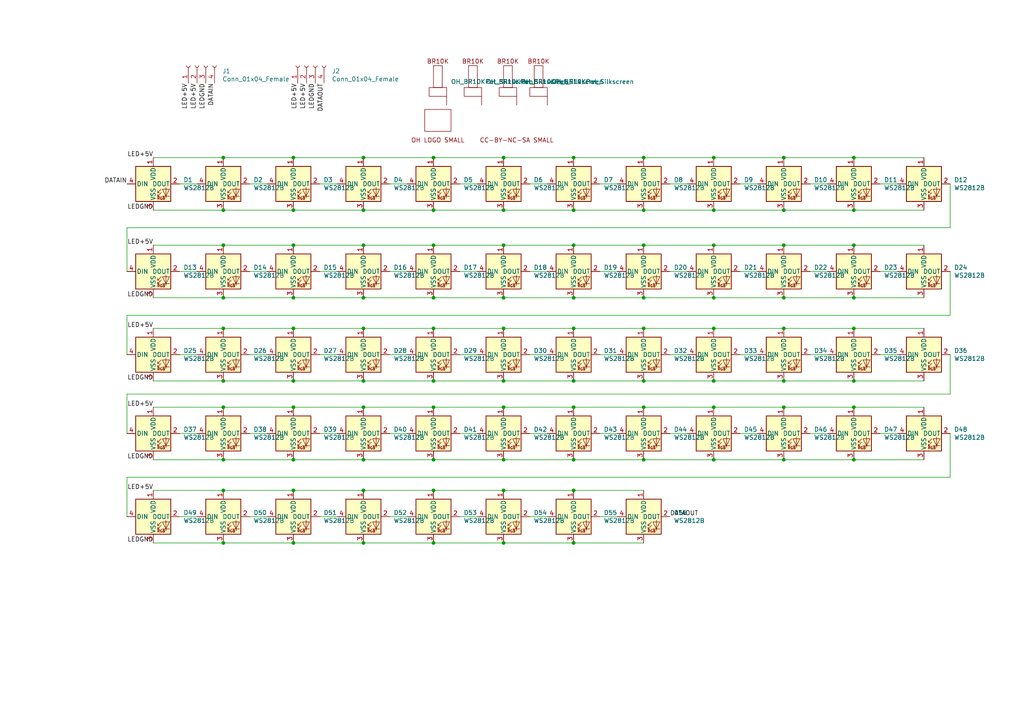
<source format=kicad_sch>
(kicad_sch (version 20211123) (generator eeschema)
  (paper "A4")
  (lib_symbols
    (symbol "Connector:Conn_01x04_Female" (pin_names (offset 1.016) hide)
      (property "Reference" "J" (at 0 5.08 0))
      (property "Value" "Conn_01x04_Female" (at 0 -7.62 0))
      (symbol "Conn_01x04_Female_1_1"
        (arc (start 0 -4.572) (mid -0.508 -5.08) (end 0 -5.588) (stroke (width 0.1524)))
        (arc (start 0 -2.032) (mid -0.508 -2.54) (end 0 -3.048) (stroke (width 0.1524)))
        (polyline (pts (xy -1.27 -5.08) (xy -0.508 -5.08)) (stroke (width 0.1524)))
        (polyline (pts (xy -1.27 -2.54) (xy -0.508 -2.54)) (stroke (width 0.1524)))
        (polyline (pts (xy -1.27 0) (xy -0.508 0)) (stroke (width 0.1524)))
        (polyline (pts (xy -1.27 2.54) (xy -0.508 2.54)) (stroke (width 0.1524)))
        (arc (start 0 0.508) (mid -0.508 0) (end 0 -0.508) (stroke (width 0.1524)))
        (arc (start 0 3.048) (mid -0.508 2.54) (end 0 2.032) (stroke (width 0.1524)))
        (pin passive line (at -5.08 2.54 0) (length 3.81) (name "Pin_1") (number "1"))
        (pin passive line (at -5.08 0 0) (length 3.81) (name "Pin_2") (number "2"))
        (pin passive line (at -5.08 -2.54 0) (length 3.81) (name "Pin_3") (number "3"))
        (pin passive line (at -5.08 -5.08 0) (length 3.81) (name "Pin_4") (number "4"))
      )
    )
    (symbol "KiCadCustomLib:CC-BY-NC-SA_Icon" (pin_numbers hide) (pin_names (offset 0) hide)
      (symbol "CC-BY-NC-SA_Icon_0_0"
        (text "CC-BY-NC-SA SMALL" (at 1.27 2.54 0) (effects (font (size 1.27 1.27))))
      )
    )
    (symbol "KiCadCustomLib:OH_BR10KPot_Silkscreen" (pin_numbers hide) (pin_names (offset 0) hide)
      (property "Value" "OH_BR10KPot_Silkscreen" (at 0 -3.81 0))
      (symbol "OH_BR10KPot_Silkscreen_0_0"
        (rectangle (start -2.54 2.54) (end 2.54 0))
        (rectangle (start 1.27 2.54) (end -1.27 8.89))
        (rectangle (start 2.54 0) (end 2.54 -2.54))
        (text "BR10K" (at 0 10.16 0) (effects (font (size 1.27 1.27))))
      )
    )
    (symbol "KiCadCustomLib:OpenHornetLogoSmall" (pin_numbers hide) (pin_names (offset 0) hide)
      (symbol "OpenHornetLogoSmall_0_0"
        (text "OH LOGO SMALL" (at 0 2.54 0) (effects (font (size 1.27 1.27))))
      )
      (symbol "OpenHornetLogoSmall_0_1"
        (rectangle (start 3.81 5.08) (end -3.81 11.43))
      )
    )
    (symbol "LED:WS2812B" (pin_names (offset 0.254))
      (property "Reference" "D" (at 5.08 5.715 0))
      (property "Value" "WS2812B" (at 1.27 -5.715 0))
      (symbol "WS2812B_0_0"
        (text "RGB" (at 2.286 -4.191 0) (effects (font (size 0.762 0.762))))
      )
      (symbol "WS2812B_0_1"
        (polyline (pts (xy 1.27 -3.556) (xy 1.778 -3.556)))
        (polyline (pts (xy 1.27 -2.54) (xy 1.778 -2.54)))
        (polyline (pts (xy 4.699 -3.556) (xy 2.667 -3.556)))
        (polyline (pts (xy 2.286 -2.54) (xy 1.27 -3.556) (xy 1.27 -3.048)))
        (polyline (pts (xy 2.286 -1.524) (xy 1.27 -2.54) (xy 1.27 -2.032)))
        (polyline (pts (xy 3.683 -1.016) (xy 3.683 -3.556) (xy 3.683 -4.064)))
        (polyline (pts (xy 4.699 -1.524) (xy 2.667 -1.524) (xy 3.683 -3.556) (xy 4.699 -1.524)))
        (rectangle (start 5.08 5.08) (end -5.08 -5.08) (stroke (width 0.254)) (fill (type background)))
      )
      (symbol "WS2812B_1_1"
        (pin power_in line (at 0 7.62 270) (length 2.54) (name "VDD") (number "1"))
        (pin output line (at 7.62 0 180) (length 2.54) (name "DOUT") (number "2"))
        (pin power_in line (at 0 -7.62 90) (length 2.54) (name "VSS") (number "3"))
        (pin input line (at -7.62 0 0) (length 2.54) (name "DIN") (number "4"))
      )
    )
  )
  (junction (at 64.77 133.35))
  (junction (at 207.01 45.72))
  (junction (at 166.37 60.96))
  (junction (at 85.09 86.36))
  (junction (at 146.05 157.48))
  (junction (at 227.33 118.11))
  (junction (at 207.01 86.36))
  (junction (at 247.65 118.11))
  (junction (at 125.73 95.25))
  (junction (at 186.69 110.49))
  (junction (at 125.73 60.96))
  (junction (at 105.41 71.12))
  (junction (at 64.77 71.12))
  (junction (at 166.37 45.72))
  (junction (at 146.05 45.72))
  (junction (at 85.09 45.72))
  (junction (at 85.09 157.48))
  (junction (at 186.69 86.36))
  (junction (at 105.41 142.24))
  (junction (at 247.65 95.25))
  (junction (at 227.33 95.25))
  (junction (at 125.73 118.11))
  (junction (at 247.65 45.72))
  (junction (at 146.05 71.12))
  (junction (at 207.01 71.12))
  (junction (at 227.33 133.35))
  (junction (at 207.01 133.35))
  (junction (at 186.69 60.96))
  (junction (at 186.69 133.35))
  (junction (at 146.05 95.25))
  (junction (at 247.65 110.49))
  (junction (at 64.77 118.11))
  (junction (at 125.73 133.35))
  (junction (at 105.41 133.35))
  (junction (at 207.01 110.49))
  (junction (at 146.05 110.49))
  (junction (at 146.05 60.96))
  (junction (at 146.05 118.11))
  (junction (at 166.37 118.11))
  (junction (at 186.69 45.72))
  (junction (at 85.09 142.24))
  (junction (at 125.73 110.49))
  (junction (at 247.65 133.35))
  (junction (at 85.09 133.35))
  (junction (at 85.09 118.11))
  (junction (at 186.69 95.25))
  (junction (at 105.41 118.11))
  (junction (at 105.41 45.72))
  (junction (at 166.37 133.35))
  (junction (at 64.77 95.25))
  (junction (at 166.37 71.12))
  (junction (at 247.65 71.12))
  (junction (at 166.37 142.24))
  (junction (at 227.33 110.49))
  (junction (at 85.09 60.96))
  (junction (at 105.41 60.96))
  (junction (at 247.65 86.36))
  (junction (at 186.69 71.12))
  (junction (at 146.05 133.35))
  (junction (at 227.33 60.96))
  (junction (at 146.05 86.36))
  (junction (at 105.41 95.25))
  (junction (at 125.73 86.36))
  (junction (at 207.01 118.11))
  (junction (at 166.37 95.25))
  (junction (at 64.77 86.36))
  (junction (at 227.33 86.36))
  (junction (at 166.37 157.48))
  (junction (at 166.37 110.49))
  (junction (at 64.77 110.49))
  (junction (at 125.73 142.24))
  (junction (at 64.77 157.48))
  (junction (at 64.77 142.24))
  (junction (at 105.41 86.36))
  (junction (at 166.37 86.36))
  (junction (at 85.09 110.49))
  (junction (at 105.41 157.48))
  (junction (at 64.77 60.96))
  (junction (at 146.05 142.24))
  (junction (at 186.69 118.11))
  (junction (at 227.33 45.72))
  (junction (at 105.41 110.49))
  (junction (at 125.73 157.48))
  (junction (at 64.77 45.72))
  (junction (at 227.33 71.12))
  (junction (at 207.01 95.25))
  (junction (at 207.01 60.96))
  (junction (at 125.73 71.12))
  (junction (at 85.09 95.25))
  (junction (at 85.09 71.12))
  (junction (at 247.65 60.96))
  (junction (at 125.73 45.72))
  (wire (pts (xy 133.35 53.34) (xy 138.43 53.34)))
  (wire (pts (xy 186.69 71.12) (xy 207.01 71.12)))
  (wire (pts (xy 36.83 91.44) (xy 36.83 102.87)))
  (wire (pts (xy 275.59 91.44) (xy 36.83 91.44)))
  (wire (pts (xy 146.05 60.96) (xy 125.73 60.96)))
  (wire (pts (xy 247.65 45.72) (xy 267.97 45.72)))
  (wire (pts (xy 92.71 125.73) (xy 97.79 125.73)))
  (wire (pts (xy 146.05 110.49) (xy 125.73 110.49)))
  (wire (pts (xy 186.69 45.72) (xy 207.01 45.72)))
  (wire (pts (xy 85.09 86.36) (xy 64.77 86.36)))
  (wire (pts (xy 166.37 95.25) (xy 186.69 95.25)))
  (wire (pts (xy 64.77 95.25) (xy 85.09 95.25)))
  (wire (pts (xy 52.07 149.86) (xy 57.15 149.86)))
  (wire (pts (xy 247.65 60.96) (xy 227.33 60.96)))
  (wire (pts (xy 275.59 53.34) (xy 275.59 66.04)))
  (wire (pts (xy 255.27 102.87) (xy 260.35 102.87)))
  (wire (pts (xy 267.97 133.35) (xy 247.65 133.35)))
  (wire (pts (xy 173.99 125.73) (xy 179.07 125.73)))
  (wire (pts (xy 146.05 95.25) (xy 166.37 95.25)))
  (wire (pts (xy 64.77 118.11) (xy 85.09 118.11)))
  (wire (pts (xy 166.37 71.12) (xy 186.69 71.12)))
  (wire (pts (xy 52.07 53.34) (xy 57.15 53.34)))
  (wire (pts (xy 275.59 125.73) (xy 275.59 138.43)))
  (wire (pts (xy 247.65 71.12) (xy 267.97 71.12)))
  (wire (pts (xy 194.31 125.73) (xy 199.39 125.73)))
  (wire (pts (xy 173.99 149.86) (xy 179.07 149.86)))
  (wire (pts (xy 92.71 78.74) (xy 97.79 78.74)))
  (wire (pts (xy 186.69 110.49) (xy 166.37 110.49)))
  (wire (pts (xy 36.83 66.04) (xy 36.83 78.74)))
  (wire (pts (xy 227.33 133.35) (xy 207.01 133.35)))
  (wire (pts (xy 227.33 86.36) (xy 207.01 86.36)))
  (wire (pts (xy 105.41 45.72) (xy 125.73 45.72)))
  (wire (pts (xy 234.95 102.87) (xy 240.03 102.87)))
  (wire (pts (xy 146.05 45.72) (xy 166.37 45.72)))
  (wire (pts (xy 275.59 78.74) (xy 275.59 91.44)))
  (wire (pts (xy 105.41 95.25) (xy 125.73 95.25)))
  (wire (pts (xy 207.01 71.12) (xy 227.33 71.12)))
  (wire (pts (xy 207.01 86.36) (xy 186.69 86.36)))
  (wire (pts (xy 275.59 66.04) (xy 36.83 66.04)))
  (wire (pts (xy 194.31 78.74) (xy 199.39 78.74)))
  (wire (pts (xy 267.97 60.96) (xy 247.65 60.96)))
  (wire (pts (xy 214.63 102.87) (xy 219.71 102.87)))
  (wire (pts (xy 125.73 133.35) (xy 105.41 133.35)))
  (wire (pts (xy 173.99 102.87) (xy 179.07 102.87)))
  (wire (pts (xy 64.77 142.24) (xy 85.09 142.24)))
  (wire (pts (xy 72.39 102.87) (xy 77.47 102.87)))
  (wire (pts (xy 113.03 102.87) (xy 118.11 102.87)))
  (wire (pts (xy 227.33 118.11) (xy 247.65 118.11)))
  (wire (pts (xy 105.41 142.24) (xy 125.73 142.24)))
  (wire (pts (xy 275.59 114.3) (xy 36.83 114.3)))
  (wire (pts (xy 234.95 53.34) (xy 240.03 53.34)))
  (wire (pts (xy 227.33 60.96) (xy 207.01 60.96)))
  (wire (pts (xy 255.27 78.74) (xy 260.35 78.74)))
  (wire (pts (xy 247.65 118.11) (xy 267.97 118.11)))
  (wire (pts (xy 207.01 110.49) (xy 186.69 110.49)))
  (wire (pts (xy 64.77 86.36) (xy 44.45 86.36)))
  (wire (pts (xy 227.33 95.25) (xy 247.65 95.25)))
  (wire (pts (xy 146.05 142.24) (xy 166.37 142.24)))
  (wire (pts (xy 64.77 45.72) (xy 85.09 45.72)))
  (wire (pts (xy 194.31 102.87) (xy 199.39 102.87)))
  (wire (pts (xy 255.27 53.34) (xy 260.35 53.34)))
  (wire (pts (xy 85.09 60.96) (xy 64.77 60.96)))
  (wire (pts (xy 186.69 118.11) (xy 207.01 118.11)))
  (wire (pts (xy 207.01 60.96) (xy 186.69 60.96)))
  (wire (pts (xy 166.37 133.35) (xy 146.05 133.35)))
  (wire (pts (xy 214.63 78.74) (xy 219.71 78.74)))
  (wire (pts (xy 247.65 86.36) (xy 227.33 86.36)))
  (wire (pts (xy 92.71 53.34) (xy 97.79 53.34)))
  (wire (pts (xy 113.03 149.86) (xy 118.11 149.86)))
  (wire (pts (xy 85.09 133.35) (xy 64.77 133.35)))
  (wire (pts (xy 146.05 118.11) (xy 166.37 118.11)))
  (wire (pts (xy 153.67 102.87) (xy 158.75 102.87)))
  (wire (pts (xy 64.77 133.35) (xy 44.45 133.35)))
  (wire (pts (xy 166.37 110.49) (xy 146.05 110.49)))
  (wire (pts (xy 247.65 95.25) (xy 267.97 95.25)))
  (wire (pts (xy 125.73 157.48) (xy 105.41 157.48)))
  (wire (pts (xy 85.09 142.24) (xy 105.41 142.24)))
  (wire (pts (xy 173.99 78.74) (xy 179.07 78.74)))
  (wire (pts (xy 133.35 149.86) (xy 138.43 149.86)))
  (wire (pts (xy 186.69 86.36) (xy 166.37 86.36)))
  (wire (pts (xy 125.73 95.25) (xy 146.05 95.25)))
  (wire (pts (xy 85.09 71.12) (xy 105.41 71.12)))
  (wire (pts (xy 207.01 95.25) (xy 227.33 95.25)))
  (wire (pts (xy 146.05 157.48) (xy 125.73 157.48)))
  (wire (pts (xy 186.69 157.48) (xy 166.37 157.48)))
  (wire (pts (xy 207.01 118.11) (xy 227.33 118.11)))
  (wire (pts (xy 125.73 86.36) (xy 105.41 86.36)))
  (wire (pts (xy 85.09 110.49) (xy 64.77 110.49)))
  (wire (pts (xy 146.05 71.12) (xy 166.37 71.12)))
  (wire (pts (xy 153.67 78.74) (xy 158.75 78.74)))
  (wire (pts (xy 125.73 110.49) (xy 105.41 110.49)))
  (wire (pts (xy 166.37 86.36) (xy 146.05 86.36)))
  (wire (pts (xy 267.97 86.36) (xy 247.65 86.36)))
  (wire (pts (xy 85.09 45.72) (xy 105.41 45.72)))
  (wire (pts (xy 105.41 71.12) (xy 125.73 71.12)))
  (wire (pts (xy 64.77 60.96) (xy 44.45 60.96)))
  (wire (pts (xy 72.39 149.86) (xy 77.47 149.86)))
  (wire (pts (xy 153.67 149.86) (xy 158.75 149.86)))
  (wire (pts (xy 255.27 125.73) (xy 260.35 125.73)))
  (wire (pts (xy 64.77 110.49) (xy 44.45 110.49)))
  (wire (pts (xy 247.65 133.35) (xy 227.33 133.35)))
  (wire (pts (xy 234.95 125.73) (xy 240.03 125.73)))
  (wire (pts (xy 113.03 125.73) (xy 118.11 125.73)))
  (wire (pts (xy 214.63 125.73) (xy 219.71 125.73)))
  (wire (pts (xy 125.73 142.24) (xy 146.05 142.24)))
  (wire (pts (xy 52.07 78.74) (xy 57.15 78.74)))
  (wire (pts (xy 133.35 78.74) (xy 138.43 78.74)))
  (wire (pts (xy 166.37 60.96) (xy 146.05 60.96)))
  (wire (pts (xy 166.37 118.11) (xy 186.69 118.11)))
  (wire (pts (xy 125.73 118.11) (xy 146.05 118.11)))
  (wire (pts (xy 186.69 133.35) (xy 166.37 133.35)))
  (wire (pts (xy 105.41 133.35) (xy 85.09 133.35)))
  (wire (pts (xy 105.41 110.49) (xy 85.09 110.49)))
  (wire (pts (xy 44.45 45.72) (xy 64.77 45.72)))
  (wire (pts (xy 125.73 60.96) (xy 105.41 60.96)))
  (wire (pts (xy 44.45 142.24) (xy 64.77 142.24)))
  (wire (pts (xy 105.41 60.96) (xy 85.09 60.96)))
  (wire (pts (xy 166.37 142.24) (xy 186.69 142.24)))
  (wire (pts (xy 36.83 114.3) (xy 36.83 125.73)))
  (wire (pts (xy 186.69 60.96) (xy 166.37 60.96)))
  (wire (pts (xy 227.33 71.12) (xy 247.65 71.12)))
  (wire (pts (xy 125.73 45.72) (xy 146.05 45.72)))
  (wire (pts (xy 247.65 110.49) (xy 227.33 110.49)))
  (wire (pts (xy 85.09 157.48) (xy 64.77 157.48)))
  (wire (pts (xy 72.39 78.74) (xy 77.47 78.74)))
  (wire (pts (xy 64.77 157.48) (xy 44.45 157.48)))
  (wire (pts (xy 146.05 86.36) (xy 125.73 86.36)))
  (wire (pts (xy 72.39 125.73) (xy 77.47 125.73)))
  (wire (pts (xy 267.97 110.49) (xy 247.65 110.49)))
  (wire (pts (xy 36.83 138.43) (xy 36.83 149.86)))
  (wire (pts (xy 153.67 53.34) (xy 158.75 53.34)))
  (wire (pts (xy 52.07 102.87) (xy 57.15 102.87)))
  (wire (pts (xy 146.05 133.35) (xy 125.73 133.35)))
  (wire (pts (xy 207.01 45.72) (xy 227.33 45.72)))
  (wire (pts (xy 92.71 149.86) (xy 97.79 149.86)))
  (wire (pts (xy 85.09 95.25) (xy 105.41 95.25)))
  (wire (pts (xy 133.35 102.87) (xy 138.43 102.87)))
  (wire (pts (xy 186.69 95.25) (xy 207.01 95.25)))
  (wire (pts (xy 113.03 78.74) (xy 118.11 78.74)))
  (wire (pts (xy 85.09 118.11) (xy 105.41 118.11)))
  (wire (pts (xy 227.33 110.49) (xy 207.01 110.49)))
  (wire (pts (xy 166.37 157.48) (xy 146.05 157.48)))
  (wire (pts (xy 173.99 53.34) (xy 179.07 53.34)))
  (wire (pts (xy 227.33 45.72) (xy 247.65 45.72)))
  (wire (pts (xy 166.37 45.72) (xy 186.69 45.72)))
  (wire (pts (xy 64.77 71.12) (xy 85.09 71.12)))
  (wire (pts (xy 52.07 125.73) (xy 57.15 125.73)))
  (wire (pts (xy 275.59 102.87) (xy 275.59 114.3)))
  (wire (pts (xy 275.59 138.43) (xy 36.83 138.43)))
  (wire (pts (xy 44.45 71.12) (xy 64.77 71.12)))
  (wire (pts (xy 72.39 53.34) (xy 77.47 53.34)))
  (wire (pts (xy 214.63 53.34) (xy 219.71 53.34)))
  (wire (pts (xy 44.45 118.11) (xy 64.77 118.11)))
  (wire (pts (xy 105.41 157.48) (xy 85.09 157.48)))
  (wire (pts (xy 44.45 95.25) (xy 64.77 95.25)))
  (wire (pts (xy 105.41 86.36) (xy 85.09 86.36)))
  (wire (pts (xy 234.95 78.74) (xy 240.03 78.74)))
  (wire (pts (xy 194.31 53.34) (xy 199.39 53.34)))
  (wire (pts (xy 113.03 53.34) (xy 118.11 53.34)))
  (wire (pts (xy 133.35 125.73) (xy 138.43 125.73)))
  (wire (pts (xy 207.01 133.35) (xy 186.69 133.35)))
  (wire (pts (xy 125.73 71.12) (xy 146.05 71.12)))
  (wire (pts (xy 105.41 118.11) (xy 125.73 118.11)))
  (wire (pts (xy 153.67 125.73) (xy 158.75 125.73)))
  (wire (pts (xy 92.71 102.87) (xy 97.79 102.87)))
  (label "DATAOUT" (at 93.98 24.13 270))
  (label "DATAIN" (at 36.83 53.34 180))
  (label "LED+5V" (at 86.36 24.13 270))
  (label "LEDGND" (at 91.44 24.13 270))
  (label "LED+5V" (at 44.45 71.12 180))
  (label "LEDGND" (at 44.45 86.36 180))
  (label "DATAIN" (at 62.23 24.13 270))
  (label "LED+5V" (at 44.45 142.24 180))
  (label "DATAOUT" (at 194.31 149.86 0))
  (label "LED+5V" (at 44.45 95.25 180))
  (label "LEDGND" (at 44.45 60.96 180))
  (label "LED+5V" (at 88.9 24.13 270))
  (label "LEDGND" (at 44.45 110.49 180))
  (label "LEDGND" (at 44.45 133.35 180))
  (label "LED+5V" (at 44.45 45.72 180))
  (label "LEDGND" (at 59.69 24.13 270))
  (label "LED+5V" (at 54.61 24.13 270))
  (label "LED+5V" (at 44.45 118.11 180))
  (label "LED+5V" (at 57.15 24.13 270))
  (label "LEDGND" (at 44.45 157.48 180))
  (symbol (lib_id "Connector:Conn_01x04_Female") (at 57.15 19.05 90) (unit 1)
    (property "Reference" "J1" (at 64.4652 20.6248 90) (effects (justify right)))
    (property "Value" "Conn_01x04_Female" (at 64.4652 22.9362 90) (effects (justify right)))
    (property "Footprint" "OH_Footprints:Molex_Mini-Fit_Jr_5566-04A_2x02_P4.20mm_Vertical" (effects hide))
  )
  (symbol (lib_id "Connector:Conn_01x04_Female") (at 88.9 19.05 90) (unit 1)
    (property "Reference" "J2" (at 96.2152 20.6248 90) (effects (justify right)))
    (property "Value" "Conn_01x04_Female" (at 96.2152 22.9362 90) (effects (justify right)))
    (property "Footprint" "OH_Footprints:Molex_Mini-Fit_Jr_5566-04A_2x02_P4.20mm_Vertical" (effects hide))
  )
  (symbol (lib_id "LED:WS2812B") (at 44.45 53.34 0) (unit 1)
    (property "Reference" "D1" (at 53.1876 52.1716 0) (effects (justify left)))
    (property "Value" "WS2812B" (at 53.1876 54.483 0) (effects (justify left)))
    (property "Footprint" "OH_Footprints:LED_WS2812B_PLCC4_5.0x5.0mm_P3.2mm" (effects hide))
    (property "Datasheet" "https://cdn-shop.adafruit.com/datasheets/WS2812B.pdf" (effects hide))
  )
  (symbol (lib_id "LED:WS2812B") (at 64.77 53.34 0) (unit 1)
    (property "Reference" "D2" (at 73.5076 52.1716 0) (effects (justify left)))
    (property "Value" "WS2812B" (at 73.5076 54.483 0) (effects (justify left)))
    (property "Footprint" "OH_Footprints:LED_WS2812B_PLCC4_5.0x5.0mm_P3.2mm" (effects hide))
    (property "Datasheet" "https://cdn-shop.adafruit.com/datasheets/WS2812B.pdf" (effects hide))
  )
  (symbol (lib_id "LED:WS2812B") (at 85.09 53.34 0) (unit 1)
    (property "Reference" "D3" (at 93.8276 52.1716 0) (effects (justify left)))
    (property "Value" "WS2812B" (at 93.8276 54.483 0) (effects (justify left)))
    (property "Footprint" "OH_Footprints:LED_WS2812B_PLCC4_5.0x5.0mm_P3.2mm" (effects hide))
    (property "Datasheet" "https://cdn-shop.adafruit.com/datasheets/WS2812B.pdf" (effects hide))
  )
  (symbol (lib_id "LED:WS2812B") (at 105.41 53.34 0) (unit 1)
    (property "Reference" "D4" (at 114.1476 52.1716 0) (effects (justify left)))
    (property "Value" "WS2812B" (at 114.1476 54.483 0) (effects (justify left)))
    (property "Footprint" "OH_Footprints:LED_WS2812B_PLCC4_5.0x5.0mm_P3.2mm" (effects hide))
    (property "Datasheet" "https://cdn-shop.adafruit.com/datasheets/WS2812B.pdf" (effects hide))
  )
  (symbol (lib_id "LED:WS2812B") (at 125.73 53.34 0) (unit 1)
    (property "Reference" "D5" (at 134.4676 52.1716 0) (effects (justify left)))
    (property "Value" "WS2812B" (at 134.4676 54.483 0) (effects (justify left)))
    (property "Footprint" "OH_Footprints:LED_WS2812B_PLCC4_5.0x5.0mm_P3.2mm" (effects hide))
    (property "Datasheet" "https://cdn-shop.adafruit.com/datasheets/WS2812B.pdf" (effects hide))
  )
  (symbol (lib_id "LED:WS2812B") (at 146.05 53.34 0) (unit 1)
    (property "Reference" "D6" (at 154.7876 52.1716 0) (effects (justify left)))
    (property "Value" "WS2812B" (at 154.7876 54.483 0) (effects (justify left)))
    (property "Footprint" "OH_Footprints:LED_WS2812B_PLCC4_5.0x5.0mm_P3.2mm" (effects hide))
    (property "Datasheet" "https://cdn-shop.adafruit.com/datasheets/WS2812B.pdf" (effects hide))
  )
  (symbol (lib_id "LED:WS2812B") (at 166.37 53.34 0) (unit 1)
    (property "Reference" "D7" (at 175.1076 52.1716 0) (effects (justify left)))
    (property "Value" "WS2812B" (at 175.1076 54.483 0) (effects (justify left)))
    (property "Footprint" "OH_Footprints:LED_WS2812B_PLCC4_5.0x5.0mm_P3.2mm" (effects hide))
    (property "Datasheet" "https://cdn-shop.adafruit.com/datasheets/WS2812B.pdf" (effects hide))
  )
  (symbol (lib_id "LED:WS2812B") (at 186.69 53.34 0) (unit 1)
    (property "Reference" "D8" (at 195.4276 52.1716 0) (effects (justify left)))
    (property "Value" "WS2812B" (at 195.4276 54.483 0) (effects (justify left)))
    (property "Footprint" "OH_Footprints:LED_WS2812B_PLCC4_5.0x5.0mm_P3.2mm" (effects hide))
    (property "Datasheet" "https://cdn-shop.adafruit.com/datasheets/WS2812B.pdf" (effects hide))
  )
  (symbol (lib_id "LED:WS2812B") (at 207.01 53.34 0) (unit 1)
    (property "Reference" "D9" (at 215.7476 52.1716 0) (effects (justify left)))
    (property "Value" "WS2812B" (at 215.7476 54.483 0) (effects (justify left)))
    (property "Footprint" "OH_Footprints:LED_WS2812B_PLCC4_5.0x5.0mm_P3.2mm" (effects hide))
    (property "Datasheet" "https://cdn-shop.adafruit.com/datasheets/WS2812B.pdf" (effects hide))
  )
  (symbol (lib_id "LED:WS2812B") (at 227.33 53.34 0) (unit 1)
    (property "Reference" "D10" (at 236.0676 52.1716 0) (effects (justify left)))
    (property "Value" "WS2812B" (at 236.0676 54.483 0) (effects (justify left)))
    (property "Footprint" "OH_Footprints:LED_WS2812B_PLCC4_5.0x5.0mm_P3.2mm" (effects hide))
    (property "Datasheet" "https://cdn-shop.adafruit.com/datasheets/WS2812B.pdf" (effects hide))
  )
  (symbol (lib_id "LED:WS2812B") (at 247.65 53.34 0) (unit 1)
    (property "Reference" "D11" (at 256.3876 52.1716 0) (effects (justify left)))
    (property "Value" "WS2812B" (at 256.3876 54.483 0) (effects (justify left)))
    (property "Footprint" "OH_Footprints:LED_WS2812B_PLCC4_5.0x5.0mm_P3.2mm" (effects hide))
    (property "Datasheet" "https://cdn-shop.adafruit.com/datasheets/WS2812B.pdf" (effects hide))
  )
  (symbol (lib_id "LED:WS2812B") (at 267.97 53.34 0) (unit 1)
    (property "Reference" "D12" (at 276.7076 52.1716 0) (effects (justify left)))
    (property "Value" "WS2812B" (at 276.7076 54.483 0) (effects (justify left)))
    (property "Footprint" "OH_Footprints:LED_WS2812B_PLCC4_5.0x5.0mm_P3.2mm" (effects hide))
    (property "Datasheet" "https://cdn-shop.adafruit.com/datasheets/WS2812B.pdf" (effects hide))
  )
  (symbol (lib_id "LED:WS2812B") (at 44.45 78.74 0) (unit 1)
    (property "Reference" "D13" (at 53.1876 77.5716 0) (effects (justify left)))
    (property "Value" "WS2812B" (at 53.1876 79.883 0) (effects (justify left)))
    (property "Footprint" "OH_Footprints:LED_WS2812B_PLCC4_5.0x5.0mm_P3.2mm" (effects hide))
    (property "Datasheet" "https://cdn-shop.adafruit.com/datasheets/WS2812B.pdf" (effects hide))
  )
  (symbol (lib_id "LED:WS2812B") (at 64.77 78.74 0) (unit 1)
    (property "Reference" "D14" (at 73.5076 77.5716 0) (effects (justify left)))
    (property "Value" "WS2812B" (at 73.5076 79.883 0) (effects (justify left)))
    (property "Footprint" "OH_Footprints:LED_WS2812B_PLCC4_5.0x5.0mm_P3.2mm" (effects hide))
    (property "Datasheet" "https://cdn-shop.adafruit.com/datasheets/WS2812B.pdf" (effects hide))
  )
  (symbol (lib_id "LED:WS2812B") (at 85.09 78.74 0) (unit 1)
    (property "Reference" "D15" (at 93.8276 77.5716 0) (effects (justify left)))
    (property "Value" "WS2812B" (at 93.8276 79.883 0) (effects (justify left)))
    (property "Footprint" "OH_Footprints:LED_WS2812B_PLCC4_5.0x5.0mm_P3.2mm" (effects hide))
    (property "Datasheet" "https://cdn-shop.adafruit.com/datasheets/WS2812B.pdf" (effects hide))
  )
  (symbol (lib_id "LED:WS2812B") (at 105.41 78.74 0) (unit 1)
    (property "Reference" "D16" (at 114.1476 77.5716 0) (effects (justify left)))
    (property "Value" "WS2812B" (at 114.1476 79.883 0) (effects (justify left)))
    (property "Footprint" "OH_Footprints:LED_WS2812B_PLCC4_5.0x5.0mm_P3.2mm" (effects hide))
    (property "Datasheet" "https://cdn-shop.adafruit.com/datasheets/WS2812B.pdf" (effects hide))
  )
  (symbol (lib_id "LED:WS2812B") (at 125.73 78.74 0) (unit 1)
    (property "Reference" "D17" (at 134.4676 77.5716 0) (effects (justify left)))
    (property "Value" "WS2812B" (at 134.4676 79.883 0) (effects (justify left)))
    (property "Footprint" "OH_Footprints:LED_WS2812B_PLCC4_5.0x5.0mm_P3.2mm" (effects hide))
    (property "Datasheet" "https://cdn-shop.adafruit.com/datasheets/WS2812B.pdf" (effects hide))
  )
  (symbol (lib_id "LED:WS2812B") (at 146.05 78.74 0) (unit 1)
    (property "Reference" "D18" (at 154.7876 77.5716 0) (effects (justify left)))
    (property "Value" "WS2812B" (at 154.7876 79.883 0) (effects (justify left)))
    (property "Footprint" "OH_Footprints:LED_WS2812B_PLCC4_5.0x5.0mm_P3.2mm" (effects hide))
    (property "Datasheet" "https://cdn-shop.adafruit.com/datasheets/WS2812B.pdf" (effects hide))
  )
  (symbol (lib_id "LED:WS2812B") (at 166.37 78.74 0) (unit 1)
    (property "Reference" "D19" (at 175.1076 77.5716 0) (effects (justify left)))
    (property "Value" "WS2812B" (at 175.1076 79.883 0) (effects (justify left)))
    (property "Footprint" "OH_Footprints:LED_WS2812B_PLCC4_5.0x5.0mm_P3.2mm" (effects hide))
    (property "Datasheet" "https://cdn-shop.adafruit.com/datasheets/WS2812B.pdf" (effects hide))
  )
  (symbol (lib_id "LED:WS2812B") (at 186.69 78.74 0) (unit 1)
    (property "Reference" "D20" (at 195.4276 77.5716 0) (effects (justify left)))
    (property "Value" "WS2812B" (at 195.4276 79.883 0) (effects (justify left)))
    (property "Footprint" "OH_Footprints:LED_WS2812B_PLCC4_5.0x5.0mm_P3.2mm" (effects hide))
    (property "Datasheet" "https://cdn-shop.adafruit.com/datasheets/WS2812B.pdf" (effects hide))
  )
  (symbol (lib_id "LED:WS2812B") (at 207.01 78.74 0) (unit 1)
    (property "Reference" "D21" (at 215.7476 77.5716 0) (effects (justify left)))
    (property "Value" "WS2812B" (at 215.7476 79.883 0) (effects (justify left)))
    (property "Footprint" "OH_Footprints:LED_WS2812B_PLCC4_5.0x5.0mm_P3.2mm" (effects hide))
    (property "Datasheet" "https://cdn-shop.adafruit.com/datasheets/WS2812B.pdf" (effects hide))
  )
  (symbol (lib_id "LED:WS2812B") (at 227.33 78.74 0) (unit 1)
    (property "Reference" "D22" (at 236.0676 77.5716 0) (effects (justify left)))
    (property "Value" "WS2812B" (at 236.0676 79.883 0) (effects (justify left)))
    (property "Footprint" "OH_Footprints:LED_WS2812B_PLCC4_5.0x5.0mm_P3.2mm" (effects hide))
    (property "Datasheet" "https://cdn-shop.adafruit.com/datasheets/WS2812B.pdf" (effects hide))
  )
  (symbol (lib_id "LED:WS2812B") (at 247.65 78.74 0) (unit 1)
    (property "Reference" "D23" (at 256.3876 77.5716 0) (effects (justify left)))
    (property "Value" "WS2812B" (at 256.3876 79.883 0) (effects (justify left)))
    (property "Footprint" "OH_Footprints:LED_WS2812B_PLCC4_5.0x5.0mm_P3.2mm" (effects hide))
    (property "Datasheet" "https://cdn-shop.adafruit.com/datasheets/WS2812B.pdf" (effects hide))
  )
  (symbol (lib_id "LED:WS2812B") (at 267.97 78.74 0) (unit 1)
    (property "Reference" "D24" (at 276.7076 77.5716 0) (effects (justify left)))
    (property "Value" "WS2812B" (at 276.7076 79.883 0) (effects (justify left)))
    (property "Footprint" "OH_Footprints:LED_WS2812B_PLCC4_5.0x5.0mm_P3.2mm" (effects hide))
    (property "Datasheet" "https://cdn-shop.adafruit.com/datasheets/WS2812B.pdf" (effects hide))
  )
  (symbol (lib_id "LED:WS2812B") (at 44.45 102.87 0) (unit 1)
    (property "Reference" "D25" (at 53.1876 101.7016 0) (effects (justify left)))
    (property "Value" "WS2812B" (at 53.1876 104.013 0) (effects (justify left)))
    (property "Footprint" "OH_Footprints:LED_WS2812B_PLCC4_5.0x5.0mm_P3.2mm" (effects hide))
    (property "Datasheet" "https://cdn-shop.adafruit.com/datasheets/WS2812B.pdf" (effects hide))
  )
  (symbol (lib_id "LED:WS2812B") (at 64.77 102.87 0) (unit 1)
    (property "Reference" "D26" (at 73.5076 101.7016 0) (effects (justify left)))
    (property "Value" "WS2812B" (at 73.5076 104.013 0) (effects (justify left)))
    (property "Footprint" "OH_Footprints:LED_WS2812B_PLCC4_5.0x5.0mm_P3.2mm" (effects hide))
    (property "Datasheet" "https://cdn-shop.adafruit.com/datasheets/WS2812B.pdf" (effects hide))
  )
  (symbol (lib_id "LED:WS2812B") (at 85.09 102.87 0) (unit 1)
    (property "Reference" "D27" (at 93.8276 101.7016 0) (effects (justify left)))
    (property "Value" "WS2812B" (at 93.8276 104.013 0) (effects (justify left)))
    (property "Footprint" "OH_Footprints:LED_WS2812B_PLCC4_5.0x5.0mm_P3.2mm" (effects hide))
    (property "Datasheet" "https://cdn-shop.adafruit.com/datasheets/WS2812B.pdf" (effects hide))
  )
  (symbol (lib_id "LED:WS2812B") (at 105.41 102.87 0) (unit 1)
    (property "Reference" "D28" (at 114.1476 101.7016 0) (effects (justify left)))
    (property "Value" "WS2812B" (at 114.1476 104.013 0) (effects (justify left)))
    (property "Footprint" "OH_Footprints:LED_WS2812B_PLCC4_5.0x5.0mm_P3.2mm" (effects hide))
    (property "Datasheet" "https://cdn-shop.adafruit.com/datasheets/WS2812B.pdf" (effects hide))
  )
  (symbol (lib_id "LED:WS2812B") (at 125.73 102.87 0) (unit 1)
    (property "Reference" "D29" (at 134.4676 101.7016 0) (effects (justify left)))
    (property "Value" "WS2812B" (at 134.4676 104.013 0) (effects (justify left)))
    (property "Footprint" "OH_Footprints:LED_WS2812B_PLCC4_5.0x5.0mm_P3.2mm" (effects hide))
    (property "Datasheet" "https://cdn-shop.adafruit.com/datasheets/WS2812B.pdf" (effects hide))
  )
  (symbol (lib_id "LED:WS2812B") (at 146.05 102.87 0) (unit 1)
    (property "Reference" "D30" (at 154.7876 101.7016 0) (effects (justify left)))
    (property "Value" "WS2812B" (at 154.7876 104.013 0) (effects (justify left)))
    (property "Footprint" "OH_Footprints:LED_WS2812B_PLCC4_5.0x5.0mm_P3.2mm" (effects hide))
    (property "Datasheet" "https://cdn-shop.adafruit.com/datasheets/WS2812B.pdf" (effects hide))
  )
  (symbol (lib_id "LED:WS2812B") (at 166.37 102.87 0) (unit 1)
    (property "Reference" "D31" (at 175.1076 101.7016 0) (effects (justify left)))
    (property "Value" "WS2812B" (at 175.1076 104.013 0) (effects (justify left)))
    (property "Footprint" "OH_Footprints:LED_WS2812B_PLCC4_5.0x5.0mm_P3.2mm" (effects hide))
    (property "Datasheet" "https://cdn-shop.adafruit.com/datasheets/WS2812B.pdf" (effects hide))
  )
  (symbol (lib_id "LED:WS2812B") (at 186.69 102.87 0) (unit 1)
    (property "Reference" "D32" (at 195.4276 101.7016 0) (effects (justify left)))
    (property "Value" "WS2812B" (at 195.4276 104.013 0) (effects (justify left)))
    (property "Footprint" "OH_Footprints:LED_WS2812B_PLCC4_5.0x5.0mm_P3.2mm" (effects hide))
    (property "Datasheet" "https://cdn-shop.adafruit.com/datasheets/WS2812B.pdf" (effects hide))
  )
  (symbol (lib_id "LED:WS2812B") (at 207.01 102.87 0) (unit 1)
    (property "Reference" "D33" (at 215.7476 101.7016 0) (effects (justify left)))
    (property "Value" "WS2812B" (at 215.7476 104.013 0) (effects (justify left)))
    (property "Footprint" "OH_Footprints:LED_WS2812B_PLCC4_5.0x5.0mm_P3.2mm" (effects hide))
    (property "Datasheet" "https://cdn-shop.adafruit.com/datasheets/WS2812B.pdf" (effects hide))
  )
  (symbol (lib_id "LED:WS2812B") (at 227.33 102.87 0) (unit 1)
    (property "Reference" "D34" (at 236.0676 101.7016 0) (effects (justify left)))
    (property "Value" "WS2812B" (at 236.0676 104.013 0) (effects (justify left)))
    (property "Footprint" "OH_Footprints:LED_WS2812B_PLCC4_5.0x5.0mm_P3.2mm" (effects hide))
    (property "Datasheet" "https://cdn-shop.adafruit.com/datasheets/WS2812B.pdf" (effects hide))
  )
  (symbol (lib_id "LED:WS2812B") (at 247.65 102.87 0) (unit 1)
    (property "Reference" "D35" (at 256.3876 101.7016 0) (effects (justify left)))
    (property "Value" "WS2812B" (at 256.3876 104.013 0) (effects (justify left)))
    (property "Footprint" "OH_Footprints:LED_WS2812B_PLCC4_5.0x5.0mm_P3.2mm" (effects hide))
    (property "Datasheet" "https://cdn-shop.adafruit.com/datasheets/WS2812B.pdf" (effects hide))
  )
  (symbol (lib_id "LED:WS2812B") (at 267.97 102.87 0) (unit 1)
    (property "Reference" "D36" (at 276.7076 101.7016 0) (effects (justify left)))
    (property "Value" "WS2812B" (at 276.7076 104.013 0) (effects (justify left)))
    (property "Footprint" "OH_Footprints:LED_WS2812B_PLCC4_5.0x5.0mm_P3.2mm" (effects hide))
    (property "Datasheet" "https://cdn-shop.adafruit.com/datasheets/WS2812B.pdf" (effects hide))
  )
  (symbol (lib_id "LED:WS2812B") (at 44.45 125.73 0) (unit 1)
    (property "Reference" "D37" (at 53.1876 124.5616 0) (effects (justify left)))
    (property "Value" "WS2812B" (at 53.1876 126.873 0) (effects (justify left)))
    (property "Footprint" "OH_Footprints:LED_WS2812B_PLCC4_5.0x5.0mm_P3.2mm" (effects hide))
    (property "Datasheet" "https://cdn-shop.adafruit.com/datasheets/WS2812B.pdf" (effects hide))
  )
  (symbol (lib_id "LED:WS2812B") (at 64.77 125.73 0) (unit 1)
    (property "Reference" "D38" (at 73.5076 124.5616 0) (effects (justify left)))
    (property "Value" "WS2812B" (at 73.5076 126.873 0) (effects (justify left)))
    (property "Footprint" "OH_Footprints:LED_WS2812B_PLCC4_5.0x5.0mm_P3.2mm" (effects hide))
    (property "Datasheet" "https://cdn-shop.adafruit.com/datasheets/WS2812B.pdf" (effects hide))
  )
  (symbol (lib_id "LED:WS2812B") (at 85.09 125.73 0) (unit 1)
    (property "Reference" "D39" (at 93.8276 124.5616 0) (effects (justify left)))
    (property "Value" "WS2812B" (at 93.8276 126.873 0) (effects (justify left)))
    (property "Footprint" "OH_Footprints:LED_WS2812B_PLCC4_5.0x5.0mm_P3.2mm" (effects hide))
    (property "Datasheet" "https://cdn-shop.adafruit.com/datasheets/WS2812B.pdf" (effects hide))
  )
  (symbol (lib_id "LED:WS2812B") (at 105.41 125.73 0) (unit 1)
    (property "Reference" "D40" (at 114.1476 124.5616 0) (effects (justify left)))
    (property "Value" "WS2812B" (at 114.1476 126.873 0) (effects (justify left)))
    (property "Footprint" "OH_Footprints:LED_WS2812B_PLCC4_5.0x5.0mm_P3.2mm" (effects hide))
    (property "Datasheet" "https://cdn-shop.adafruit.com/datasheets/WS2812B.pdf" (effects hide))
  )
  (symbol (lib_id "LED:WS2812B") (at 125.73 125.73 0) (unit 1)
    (property "Reference" "D41" (at 134.4676 124.5616 0) (effects (justify left)))
    (property "Value" "WS2812B" (at 134.4676 126.873 0) (effects (justify left)))
    (property "Footprint" "OH_Footprints:LED_WS2812B_PLCC4_5.0x5.0mm_P3.2mm" (effects hide))
    (property "Datasheet" "https://cdn-shop.adafruit.com/datasheets/WS2812B.pdf" (effects hide))
  )
  (symbol (lib_id "LED:WS2812B") (at 146.05 125.73 0) (unit 1)
    (property "Reference" "D42" (at 154.7876 124.5616 0) (effects (justify left)))
    (property "Value" "WS2812B" (at 154.7876 126.873 0) (effects (justify left)))
    (property "Footprint" "OH_Footprints:LED_WS2812B_PLCC4_5.0x5.0mm_P3.2mm" (effects hide))
    (property "Datasheet" "https://cdn-shop.adafruit.com/datasheets/WS2812B.pdf" (effects hide))
  )
  (symbol (lib_id "LED:WS2812B") (at 166.37 125.73 0) (unit 1)
    (property "Reference" "D43" (at 175.1076 124.5616 0) (effects (justify left)))
    (property "Value" "WS2812B" (at 175.1076 126.873 0) (effects (justify left)))
    (property "Footprint" "OH_Footprints:LED_WS2812B_PLCC4_5.0x5.0mm_P3.2mm" (effects hide))
    (property "Datasheet" "https://cdn-shop.adafruit.com/datasheets/WS2812B.pdf" (effects hide))
  )
  (symbol (lib_id "LED:WS2812B") (at 186.69 125.73 0) (unit 1)
    (property "Reference" "D44" (at 195.4276 124.5616 0) (effects (justify left)))
    (property "Value" "WS2812B" (at 195.4276 126.873 0) (effects (justify left)))
    (property "Footprint" "OH_Footprints:LED_WS2812B_PLCC4_5.0x5.0mm_P3.2mm" (effects hide))
    (property "Datasheet" "https://cdn-shop.adafruit.com/datasheets/WS2812B.pdf" (effects hide))
  )
  (symbol (lib_id "LED:WS2812B") (at 207.01 125.73 0) (unit 1)
    (property "Reference" "D45" (at 215.7476 124.5616 0) (effects (justify left)))
    (property "Value" "WS2812B" (at 215.7476 126.873 0) (effects (justify left)))
    (property "Footprint" "OH_Footprints:LED_WS2812B_PLCC4_5.0x5.0mm_P3.2mm" (effects hide))
    (property "Datasheet" "https://cdn-shop.adafruit.com/datasheets/WS2812B.pdf" (effects hide))
  )
  (symbol (lib_id "LED:WS2812B") (at 227.33 125.73 0) (unit 1)
    (property "Reference" "D46" (at 236.0676 124.5616 0) (effects (justify left)))
    (property "Value" "WS2812B" (at 236.0676 126.873 0) (effects (justify left)))
    (property "Footprint" "OH_Footprints:LED_WS2812B_PLCC4_5.0x5.0mm_P3.2mm" (effects hide))
    (property "Datasheet" "https://cdn-shop.adafruit.com/datasheets/WS2812B.pdf" (effects hide))
  )
  (symbol (lib_id "LED:WS2812B") (at 247.65 125.73 0) (unit 1)
    (property "Reference" "D47" (at 256.3876 124.5616 0) (effects (justify left)))
    (property "Value" "WS2812B" (at 256.3876 126.873 0) (effects (justify left)))
    (property "Footprint" "OH_Footprints:LED_WS2812B_PLCC4_5.0x5.0mm_P3.2mm" (effects hide))
    (property "Datasheet" "https://cdn-shop.adafruit.com/datasheets/WS2812B.pdf" (effects hide))
  )
  (symbol (lib_id "LED:WS2812B") (at 267.97 125.73 0) (unit 1)
    (property "Reference" "D48" (at 276.7076 124.5616 0) (effects (justify left)))
    (property "Value" "WS2812B" (at 276.7076 126.873 0) (effects (justify left)))
    (property "Footprint" "OH_Footprints:LED_WS2812B_PLCC4_5.0x5.0mm_P3.2mm" (effects hide))
    (property "Datasheet" "https://cdn-shop.adafruit.com/datasheets/WS2812B.pdf" (effects hide))
  )
  (symbol (lib_id "LED:WS2812B") (at 44.45 149.86 0) (unit 1)
    (property "Reference" "D49" (at 53.1876 148.6916 0) (effects (justify left)))
    (property "Value" "WS2812B" (at 53.1876 151.003 0) (effects (justify left)))
    (property "Footprint" "OH_Footprints:LED_WS2812B_PLCC4_5.0x5.0mm_P3.2mm" (effects hide))
    (property "Datasheet" "https://cdn-shop.adafruit.com/datasheets/WS2812B.pdf" (effects hide))
  )
  (symbol (lib_id "LED:WS2812B") (at 64.77 149.86 0) (unit 1)
    (property "Reference" "D50" (at 73.5076 148.6916 0) (effects (justify left)))
    (property "Value" "WS2812B" (at 73.5076 151.003 0) (effects (justify left)))
    (property "Footprint" "OH_Footprints:LED_WS2812B_PLCC4_5.0x5.0mm_P3.2mm" (effects hide))
    (property "Datasheet" "https://cdn-shop.adafruit.com/datasheets/WS2812B.pdf" (effects hide))
  )
  (symbol (lib_id "LED:WS2812B") (at 85.09 149.86 0) (unit 1)
    (property "Reference" "D51" (at 93.8276 148.6916 0) (effects (justify left)))
    (property "Value" "WS2812B" (at 93.8276 151.003 0) (effects (justify left)))
    (property "Footprint" "OH_Footprints:LED_WS2812B_PLCC4_5.0x5.0mm_P3.2mm" (effects hide))
    (property "Datasheet" "https://cdn-shop.adafruit.com/datasheets/WS2812B.pdf" (effects hide))
  )
  (symbol (lib_id "LED:WS2812B") (at 105.41 149.86 0) (unit 1)
    (property "Reference" "D52" (at 114.1476 148.6916 0) (effects (justify left)))
    (property "Value" "WS2812B" (at 114.1476 151.003 0) (effects (justify left)))
    (property "Footprint" "OH_Footprints:LED_WS2812B_PLCC4_5.0x5.0mm_P3.2mm" (effects hide))
    (property "Datasheet" "https://cdn-shop.adafruit.com/datasheets/WS2812B.pdf" (effects hide))
  )
  (symbol (lib_id "LED:WS2812B") (at 125.73 149.86 0) (unit 1)
    (property "Reference" "D53" (at 134.4676 148.6916 0) (effects (justify left)))
    (property "Value" "WS2812B" (at 134.4676 151.003 0) (effects (justify left)))
    (property "Footprint" "OH_Footprints:LED_WS2812B_PLCC4_5.0x5.0mm_P3.2mm" (effects hide))
    (property "Datasheet" "https://cdn-shop.adafruit.com/datasheets/WS2812B.pdf" (effects hide))
  )
  (symbol (lib_id "LED:WS2812B") (at 146.05 149.86 0) (unit 1)
    (property "Reference" "D54" (at 154.7876 148.6916 0) (effects (justify left)))
    (property "Value" "WS2812B" (at 154.7876 151.003 0) (effects (justify left)))
    (property "Footprint" "OH_Footprints:LED_WS2812B_PLCC4_5.0x5.0mm_P3.2mm" (effects hide))
    (property "Datasheet" "https://cdn-shop.adafruit.com/datasheets/WS2812B.pdf" (effects hide))
  )
  (symbol (lib_id "LED:WS2812B") (at 166.37 149.86 0) (unit 1)
    (property "Reference" "D55" (at 175.1076 148.6916 0) (effects (justify left)))
    (property "Value" "WS2812B" (at 175.1076 151.003 0) (effects (justify left)))
    (property "Footprint" "OH_Footprints:LED_WS2812B_PLCC4_5.0x5.0mm_P3.2mm" (effects hide))
    (property "Datasheet" "https://cdn-shop.adafruit.com/datasheets/WS2812B.pdf" (effects hide))
  )
  (symbol (lib_id "LED:WS2812B") (at 186.69 149.86 0) (unit 1)
    (property "Reference" "D56" (at 195.4276 148.6916 0) (effects (justify left)))
    (property "Value" "WS2812B" (at 195.4276 151.003 0) (effects (justify left)))
    (property "Footprint" "OH_Footprints:LED_WS2812B_PLCC4_5.0x5.0mm_P3.2mm" (effects hide))
    (property "Datasheet" "https://cdn-shop.adafruit.com/datasheets/WS2812B.pdf" (effects hide))
  )
  (symbol (lib_id "KiCadCustomLib:OH_BR10KPot_Silkscreen") (at 127 27.94 0) (unit 1)
    (property "Reference" "LOGO1" (effects hide))
    (property "Value" "OH_BR10KPot_Silkscreen" (at 130.7592 23.6982 0) (effects (justify left)))
    (property "Footprint" "OH_Footprints:BR10K_Pot_Silkscreen" (effects hide))
  )
  (symbol (lib_id "KiCadCustomLib:OH_BR10KPot_Silkscreen") (at 137.16 27.94 0) (unit 1)
    (property "Reference" "LOGO3" (effects hide))
    (property "Value" "OH_BR10KPot_Silkscreen" (at 140.9192 23.6982 0) (effects (justify left)))
    (property "Footprint" "OH_Footprints:BR10K_Pot_Silkscreen" (effects hide))
  )
  (symbol (lib_id "KiCadCustomLib:OH_BR10KPot_Silkscreen") (at 147.32 27.94 0) (unit 1)
    (property "Reference" "LOGO4" (effects hide))
    (property "Value" "OH_BR10KPot_Silkscreen" (at 151.0792 23.6982 0) (effects (justify left)))
    (property "Footprint" "OH_Footprints:BR10K_Pot_Silkscreen" (effects hide))
  )
  (symbol (lib_id "KiCadCustomLib:OH_BR10KPot_Silkscreen") (at 156.21 27.94 0) (unit 1)
    (property "Reference" "LOGO6" (effects hide))
    (property "Value" "OH_BR10KPot_Silkscreen" (at 159.9692 23.6982 0) (effects (justify left)))
    (property "Footprint" "OH_Footprints:BR10K_Pot_Silkscreen" (effects hide))
  )
  (symbol (lib_id "KiCadCustomLib:OpenHornetLogoSmall") (at 127 43.18 0) (unit 1)
    (property "Reference" "LOGO2" (effects hide))
    (property "Value" "OpenHornetLogoSmall" (effects hide))
    (property "Footprint" "OH_Footprints:OH_LOGO_37.7mm_5.9mm" (effects hide))
  )
  (symbol (lib_id "KiCadCustomLib:CC-BY-NC-SA_Icon") (at 148.59 43.18 0) (unit 1)
    (property "Reference" "LOGO5" (effects hide))
    (property "Value" "CC-BY-NC-SA_Icon" (effects hide))
    (property "Footprint" "OH_Footprints:CC-BY-NC-SA-Small" (effects hide))
  )
)
</source>
